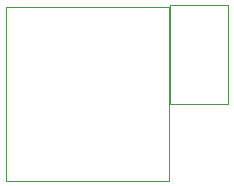
<source format=gbr>
%TF.GenerationSoftware,Altium Limited,Altium Designer,20.1.8 (145)*%
G04 Layer_Color=32896*
%FSLAX45Y45*%
%MOMM*%
%TF.SameCoordinates,4CD9D56E-ABF0-4F53-8DDA-4C7987737DBE*%
%TF.FilePolarity,Positive*%
%TF.FileFunction,Other,Top_Courtyard*%
%TF.Part,Single*%
G01*
G75*
%TA.AperFunction,NonConductor*%
%ADD29C,0.10160*%
D29*
X1378933Y711824D02*
Y1551824D01*
X1863933D01*
Y711824D02*
Y1551824D01*
X1378933Y711824D02*
X1863933D01*
X1364541Y62980D02*
Y1537980D01*
X-10459D02*
X1364541D01*
X-10459Y62980D02*
Y1537980D01*
Y62980D02*
X1364541D01*
%TF.MD5,f6c1d0b7a24d715b662224696e58d4a5*%
M02*

</source>
